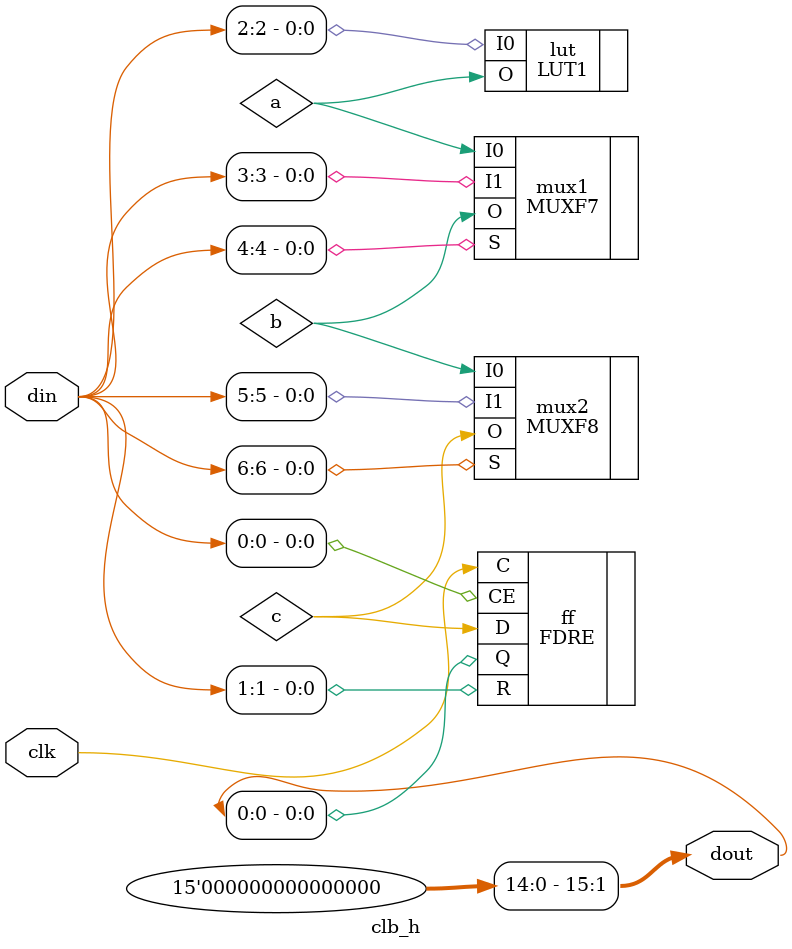
<source format=v>
module clb_h (input clk, input [15:0] din, output [15:0] dout);
	wire a, b, c;
	(* LOC="SLICE_X0Y247", BEL="D5LUT", LOCK_PINS="I0:A1", DONT_TOUCH *)
	LUT1 #(
		.INIT(2'b01)
	) lut (
		.I0(din[2]),
		.O(a)
	);
	(* LOC="SLICE_X0Y247", BEL="F7MUX_CD", DONT_TOUCH *)
	MUXF7 mux1 (
		.I0(a),
		.I1(din[3]),
		.S(din[4]),
		.O(b)
	);
	(* LOC="SLICE_X0Y247", BEL="F8MUX_BOT", DONT_TOUCH *)
	MUXF8 mux2 (
		.I0(b),
		.I1(din[5]),
		.S(din[6]),
		.O(c)
	);
	(* LOC="SLICE_X0Y247", BEL="BFF", DONT_TOUCH *)
	FDRE ff (
		.C(clk),
		.Q(dout[0]),
		.CE(din[0]),
		.R(din[1]),
		.D(c)
	);
	assign dout[15:1] = 0;
endmodule
</source>
